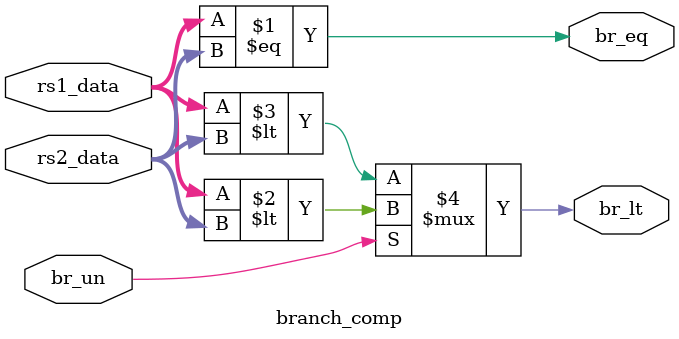
<source format=v>
`timescale 1ns / 1ps


module branch_comp(
    input [31:0] rs1_data,
    input [31:0] rs2_data,
    input br_un,
    output br_eq,
    output br_lt
    );
    assign br_eq = rs1_data == rs2_data;
    assign br_lt = br_un ? (rs1_data < rs2_data) : ($signed(rs1_data) < $signed(rs2_data));
endmodule

</source>
